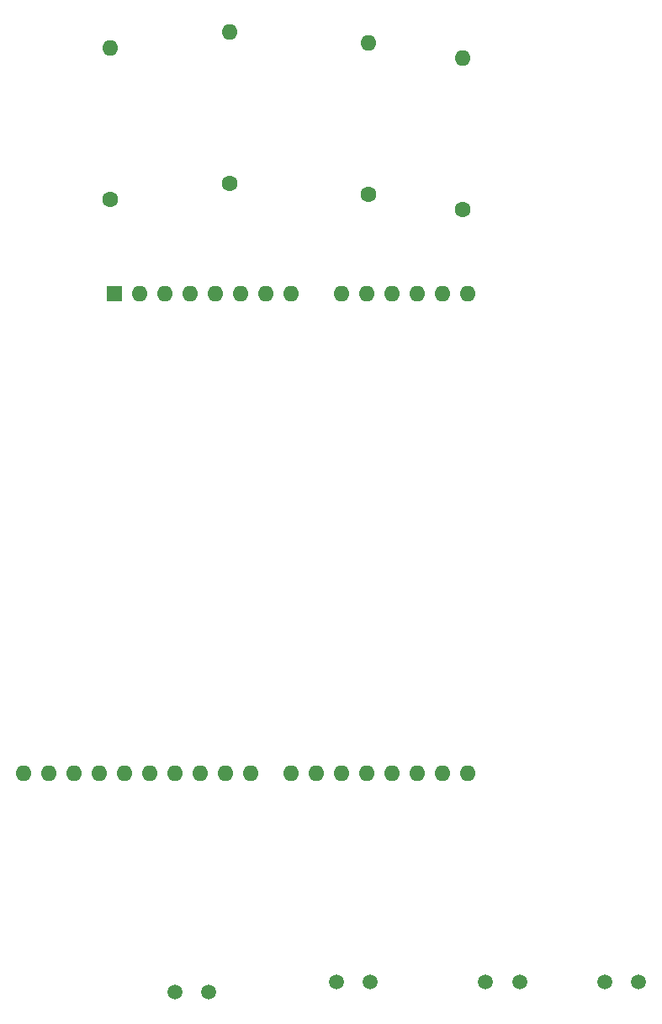
<source format=gbr>
%TF.GenerationSoftware,KiCad,Pcbnew,8.0.8*%
%TF.CreationDate,2025-10-12T21:50:36+03:00*%
%TF.ProjectId,trackking solar,74726163-6b6b-4696-9e67-20736f6c6172,rev?*%
%TF.SameCoordinates,Original*%
%TF.FileFunction,Copper,L2,Bot*%
%TF.FilePolarity,Positive*%
%FSLAX46Y46*%
G04 Gerber Fmt 4.6, Leading zero omitted, Abs format (unit mm)*
G04 Created by KiCad (PCBNEW 8.0.8) date 2025-10-12 21:50:36*
%MOMM*%
%LPD*%
G01*
G04 APERTURE LIST*
%TA.AperFunction,ComponentPad*%
%ADD10R,1.600000X1.600000*%
%TD*%
%TA.AperFunction,ComponentPad*%
%ADD11O,1.600000X1.600000*%
%TD*%
%TA.AperFunction,ComponentPad*%
%ADD12C,1.500000*%
%TD*%
%TA.AperFunction,ComponentPad*%
%ADD13C,1.600000*%
%TD*%
G04 APERTURE END LIST*
D10*
%TO.P,A1,1,NC*%
%TO.N,unconnected-(A1-NC-Pad1)*%
X133940000Y-52740000D03*
D11*
%TO.P,A1,2,IOREF*%
%TO.N,unconnected-(A1-IOREF-Pad2)*%
X136480000Y-52740000D03*
%TO.P,A1,3,~{RESET}*%
%TO.N,unconnected-(A1-~{RESET}-Pad3)*%
X139020000Y-52740000D03*
%TO.P,A1,4,3V3*%
%TO.N,unconnected-(A1-3V3-Pad4)*%
X141560000Y-52740000D03*
%TO.P,A1,5,+5V*%
%TO.N,unconnected-(A1-+5V-Pad5)*%
X144100000Y-52740000D03*
%TO.P,A1,6,GND*%
%TO.N,unconnected-(A1-GND-Pad6)*%
X146640000Y-52740000D03*
%TO.P,A1,7,GND*%
%TO.N,unconnected-(A1-GND-Pad7)*%
X149180000Y-52740000D03*
%TO.P,A1,8,VIN*%
%TO.N,unconnected-(A1-VIN-Pad8)*%
X151720000Y-52740000D03*
%TO.P,A1,9,A0*%
%TO.N,Net-(A1-A0)*%
X156800000Y-52740000D03*
%TO.P,A1,10,A1*%
%TO.N,Net-(A1-A1)*%
X159340000Y-52740000D03*
%TO.P,A1,11,A2*%
%TO.N,Net-(A1-A2)*%
X161880000Y-52740000D03*
%TO.P,A1,12,A3*%
%TO.N,Net-(A1-A3)*%
X164420000Y-52740000D03*
%TO.P,A1,13,SDA/A4*%
%TO.N,unconnected-(A1-SDA{slash}A4-Pad13)*%
X166960000Y-52740000D03*
%TO.P,A1,14,SCL/A5*%
%TO.N,unconnected-(A1-SCL{slash}A5-Pad14)*%
X169500000Y-52740000D03*
%TO.P,A1,15,D0/RX*%
%TO.N,unconnected-(A1-D0{slash}RX-Pad15)*%
X169500000Y-101000000D03*
%TO.P,A1,16,D1/TX*%
%TO.N,unconnected-(A1-D1{slash}TX-Pad16)*%
X166960000Y-101000000D03*
%TO.P,A1,17,D2*%
%TO.N,unconnected-(A1-D2-Pad17)*%
X164420000Y-101000000D03*
%TO.P,A1,18,D3*%
%TO.N,unconnected-(A1-D3-Pad18)*%
X161880000Y-101000000D03*
%TO.P,A1,19,D4*%
%TO.N,unconnected-(A1-D4-Pad19)*%
X159340000Y-101000000D03*
%TO.P,A1,20,D5*%
%TO.N,unconnected-(A1-D5-Pad20)*%
X156800000Y-101000000D03*
%TO.P,A1,21,D6*%
%TO.N,unconnected-(A1-D6-Pad21)*%
X154260000Y-101000000D03*
%TO.P,A1,22,D7*%
%TO.N,unconnected-(A1-D7-Pad22)*%
X151720000Y-101000000D03*
%TO.P,A1,23,D8*%
%TO.N,unconnected-(A1-D8-Pad23)*%
X147660000Y-101000000D03*
%TO.P,A1,24,D9*%
%TO.N,Net-(A1-D9)*%
X145120000Y-101000000D03*
%TO.P,A1,25,D10*%
%TO.N,Net-(A1-D10)*%
X142580000Y-101000000D03*
%TO.P,A1,26,D11*%
%TO.N,unconnected-(A1-D11-Pad26)*%
X140040000Y-101000000D03*
%TO.P,A1,27,D12*%
%TO.N,unconnected-(A1-D12-Pad27)*%
X137500000Y-101000000D03*
%TO.P,A1,28,D13*%
%TO.N,unconnected-(A1-D13-Pad28)*%
X134960000Y-101000000D03*
%TO.P,A1,29,GND*%
%TO.N,unconnected-(A1-GND-Pad29)*%
X132420000Y-101000000D03*
%TO.P,A1,30,AREF*%
%TO.N,unconnected-(A1-AREF-Pad30)*%
X129880000Y-101000000D03*
%TO.P,A1,31,SDA/A4*%
%TO.N,unconnected-(A1-SDA{slash}A4-Pad31)*%
X127340000Y-101000000D03*
%TO.P,A1,32,SCL/A5*%
%TO.N,unconnected-(A1-SCL{slash}A5-Pad32)*%
X124800000Y-101000000D03*
%TD*%
D12*
%TO.P,R4,1*%
%TO.N,Net-(R1-Pad1)*%
X183300000Y-122000000D03*
%TO.P,R4,2*%
%TO.N,Net-(A1-A3)*%
X186700000Y-122000000D03*
%TD*%
%TO.P,R1,1*%
%TO.N,Net-(R1-Pad1)*%
X140000000Y-123000000D03*
%TO.P,R1,2*%
%TO.N,Net-(A1-A0)*%
X143400000Y-123000000D03*
%TD*%
D13*
%TO.P,R6,1*%
%TO.N,Net-(A1-A1)*%
X145500000Y-41620000D03*
D11*
%TO.P,R6,2*%
%TO.N,Net-(R5-Pad2)*%
X145500000Y-26380000D03*
%TD*%
D13*
%TO.P,R5,1*%
%TO.N,Net-(A1-A0)*%
X133500000Y-43240000D03*
D11*
%TO.P,R5,2*%
%TO.N,Net-(R5-Pad2)*%
X133500000Y-28000000D03*
%TD*%
D13*
%TO.P,R7,1*%
%TO.N,Net-(A1-A2)*%
X159500000Y-42740000D03*
D11*
%TO.P,R7,2*%
%TO.N,Net-(R5-Pad2)*%
X159500000Y-27500000D03*
%TD*%
D12*
%TO.P,R3,1*%
%TO.N,Net-(R1-Pad1)*%
X171300000Y-122000000D03*
%TO.P,R3,2*%
%TO.N,Net-(A1-A2)*%
X174700000Y-122000000D03*
%TD*%
D13*
%TO.P,R8,1*%
%TO.N,Net-(A1-A3)*%
X169000000Y-44240000D03*
D11*
%TO.P,R8,2*%
%TO.N,Net-(R5-Pad2)*%
X169000000Y-29000000D03*
%TD*%
D12*
%TO.P,R2,1*%
%TO.N,Net-(R1-Pad1)*%
X156300000Y-122000000D03*
%TO.P,R2,2*%
%TO.N,Net-(A1-A1)*%
X159700000Y-122000000D03*
%TD*%
M02*

</source>
